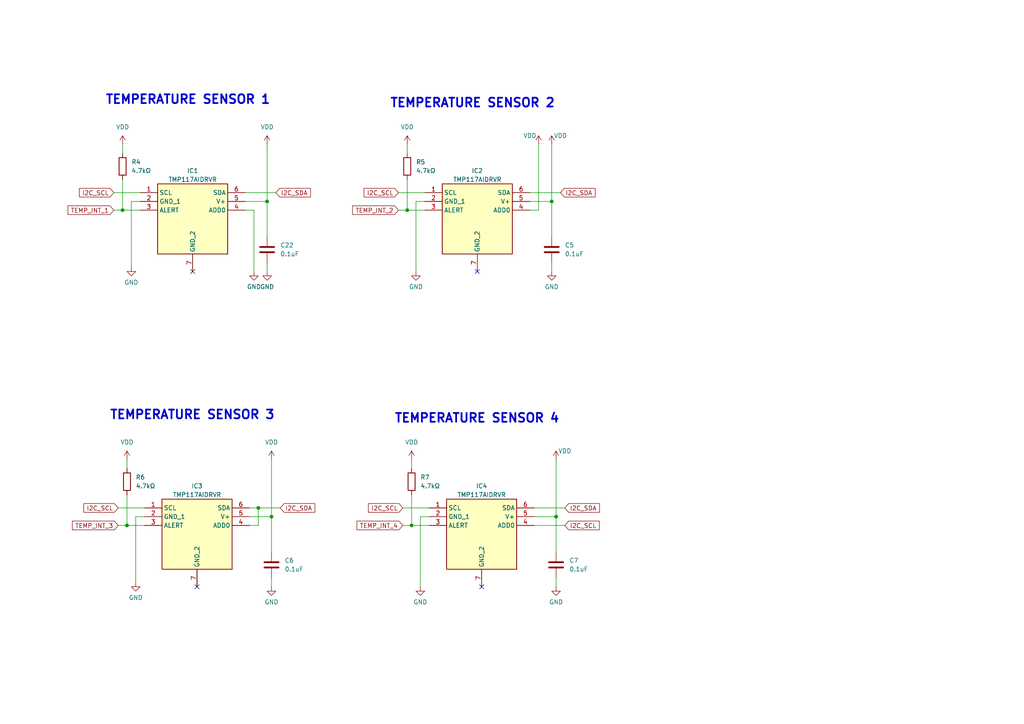
<source format=kicad_sch>
(kicad_sch (version 20230121) (generator eeschema)
  (paper "A4")
  (lib_symbols
    (symbol "Device:C" (pin_numbers hide) (pin_names (offset 0.254))
      (property "Reference" "C" (at 0.635 2.54 0))
      (property "Value" "C" (at 0.635 -2.54 0))
      (symbol "C_0_1"
        (polyline (pts (xy -2.032 -0.762) (xy 2.032 -0.762)) (stroke (width 0.508)))
        (polyline (pts (xy -2.032 0.762) (xy 2.032 0.762)) (stroke (width 0.508)))
      )
      (symbol "C_1_1"
        (pin passive line (at 0 3.81 270) (length 2.794) (name "~") (number "1"))
        (pin passive line (at 0 -3.81 90) (length 2.794) (name "~") (number "2"))
      )
    )
    (symbol "Device:R" (pin_numbers hide) (pin_names (offset 0))
      (property "Reference" "R" (at 2.032 0 90))
      (property "Value" "R" (at 0 0 90))
      (symbol "R_0_1"
        (rectangle (start -1.016 -2.54) (end 1.016 2.54) (stroke (width 0.254)))
      )
      (symbol "R_1_1"
        (pin passive line (at 0 3.81 270) (length 1.27) (name "~") (number "1"))
        (pin passive line (at 0 -3.81 90) (length 1.27) (name "~") (number "2"))
      )
    )
    (symbol "GND_1" (power) (pin_names (offset 0))
      (property "Value" "GND_1" (at 0 -3.81 0))
      (symbol "GND_1_0_1"
        (polyline (pts (xy 0 0) (xy 0 -1.27) (xy 1.27 -1.27) (xy 0 -2.54) (xy -1.27 -1.27) (xy 0 -1.27)))
      )
      (symbol "GND_1_1_1"
        (pin power_in line (at 0 0 270) (length 0) hide (name "GND") (number "1"))
      )
    )
    (symbol "TMP117AIDRVR:TMP117AIDRVR"
      (property "Reference" "IC" (at 26.67 7.62 0))
      (property "Value" "TMP117AIDRVR" (at 26.67 5.08 0))
      (symbol "TMP117AIDRVR_1_1"
        (rectangle (start 5.08 2.54) (end 25.4 -17.78) (stroke (width 0.254)) (fill (type background)))
        (pin passive line (at 0 0 0) (length 5.08) (name "SCL") (number "1"))
        (pin passive line (at 0 -2.54 0) (length 5.08) (name "GND_1") (number "2"))
        (pin passive line (at 0 -5.08 0) (length 5.08) (name "ALERT") (number "3"))
        (pin passive line (at 30.48 -5.08 180) (length 5.08) (name "ADD0") (number "4"))
        (pin passive line (at 30.48 -2.54 180) (length 5.08) (name "V+") (number "5"))
        (pin passive line (at 30.48 0 180) (length 5.08) (name "SDA") (number "6"))
        (pin passive line (at 15.24 -22.86 90) (length 5.08) (name "GND_2") (number "7"))
      )
    )
    (symbol "power:VDD" (power) (pin_names (offset 0))
      (property "Value" "VDD" (at 0 3.81 0))
      (symbol "VDD_0_1"
        (polyline (pts (xy -0.762 1.27) (xy 0 2.54)))
        (polyline (pts (xy 0 0) (xy 0 2.54)))
        (polyline (pts (xy 0 2.54) (xy 0.762 1.27)))
      )
      (symbol "VDD_1_1"
        (pin power_in line (at 0 0 90) (length 0) hide (name "VDD") (number "1"))
      )
    )
  )
  (junction (at 118.11 60.96))
  (junction (at 77.47 58.42))
  (junction (at 35.56 60.96))
  (junction (at 160.02 58.42))
  (junction (at 161.29 149.86))
  (junction (at 78.74 149.86))
  (junction (at 74.93 147.32))
  (junction (at 119.38 152.4))
  (junction (at 36.83 152.4))
  (no_connect (at 55.88 78.74))
  (no_connect (at 139.7 170.18))
  (no_connect (at 138.43 78.74))
  (no_connect (at 57.15 170.18))
  (wire (pts (xy 34.29 152.4) (xy 36.83 152.4)))
  (wire (pts (xy 156.21 41.91) (xy 156.21 60.96)))
  (wire (pts (xy 119.38 152.4) (xy 124.46 152.4)))
  (wire (pts (xy 139.7 165.1) (xy 139.7 170.18)))
  (wire (pts (xy 115.57 55.88) (xy 123.19 55.88)))
  (wire (pts (xy 78.74 149.86) (xy 78.74 133.35)))
  (wire (pts (xy 33.02 60.96) (xy 35.56 60.96)))
  (wire (pts (xy 160.02 58.42) (xy 160.02 41.91)))
  (wire (pts (xy 36.83 152.4) (xy 41.91 152.4)))
  (wire (pts (xy 138.43 73.66) (xy 138.43 78.74)))
  (wire (pts (xy 77.47 58.42) (xy 77.47 68.58)))
  (wire (pts (xy 36.83 143.51) (xy 36.83 152.4)))
  (wire (pts (xy 154.94 149.86) (xy 161.29 149.86)))
  (wire (pts (xy 35.56 41.91) (xy 35.56 44.45)))
  (wire (pts (xy 160.02 58.42) (xy 160.02 68.58)))
  (wire (pts (xy 35.56 60.96) (xy 40.64 60.96)))
  (wire (pts (xy 118.11 41.91) (xy 118.11 44.45)))
  (wire (pts (xy 120.65 58.42) (xy 120.65 78.74)))
  (wire (pts (xy 121.92 149.86) (xy 121.92 170.18)))
  (wire (pts (xy 78.74 149.86) (xy 78.74 160.02)))
  (wire (pts (xy 115.57 60.96) (xy 118.11 60.96)))
  (wire (pts (xy 119.38 133.35) (xy 119.38 135.89)))
  (wire (pts (xy 161.29 149.86) (xy 161.29 133.35)))
  (wire (pts (xy 160.02 76.2) (xy 160.02 78.74)))
  (wire (pts (xy 119.38 143.51) (xy 119.38 152.4)))
  (wire (pts (xy 40.64 58.42) (xy 38.1 58.42)))
  (wire (pts (xy 41.91 149.86) (xy 39.37 149.86)))
  (wire (pts (xy 78.74 167.64) (xy 78.74 170.18)))
  (wire (pts (xy 74.93 147.32) (xy 74.93 152.4)))
  (wire (pts (xy 77.47 76.2) (xy 77.47 78.74)))
  (wire (pts (xy 71.12 58.42) (xy 77.47 58.42)))
  (wire (pts (xy 73.66 60.96) (xy 71.12 60.96)))
  (wire (pts (xy 77.47 58.42) (xy 77.47 41.91)))
  (wire (pts (xy 153.67 58.42) (xy 160.02 58.42)))
  (wire (pts (xy 118.11 60.96) (xy 123.19 60.96)))
  (wire (pts (xy 161.29 167.64) (xy 161.29 170.18)))
  (wire (pts (xy 116.84 152.4) (xy 119.38 152.4)))
  (wire (pts (xy 124.46 149.86) (xy 121.92 149.86)))
  (wire (pts (xy 74.93 152.4) (xy 72.39 152.4)))
  (wire (pts (xy 38.1 58.42) (xy 38.1 77.47)))
  (wire (pts (xy 118.11 52.07) (xy 118.11 60.96)))
  (wire (pts (xy 72.39 149.86) (xy 78.74 149.86)))
  (wire (pts (xy 34.29 147.32) (xy 41.91 147.32)))
  (wire (pts (xy 161.29 149.86) (xy 161.29 160.02)))
  (wire (pts (xy 116.84 147.32) (xy 124.46 147.32)))
  (wire (pts (xy 71.12 55.88) (xy 80.01 55.88)))
  (wire (pts (xy 153.67 55.88) (xy 162.56 55.88)))
  (wire (pts (xy 72.39 147.32) (xy 74.93 147.32)))
  (wire (pts (xy 73.66 60.96) (xy 73.66 78.74)))
  (wire (pts (xy 33.02 55.88) (xy 40.64 55.88)))
  (wire (pts (xy 57.15 165.1) (xy 57.15 170.18)))
  (wire (pts (xy 55.88 73.66) (xy 55.88 78.74)))
  (wire (pts (xy 154.94 152.4) (xy 163.83 152.4)))
  (wire (pts (xy 35.56 52.07) (xy 35.56 60.96)))
  (wire (pts (xy 154.94 147.32) (xy 163.83 147.32)))
  (wire (pts (xy 74.93 147.32) (xy 81.28 147.32)))
  (wire (pts (xy 156.21 60.96) (xy 153.67 60.96)))
  (wire (pts (xy 39.37 149.86) (xy 39.37 168.91)))
  (wire (pts (xy 123.19 58.42) (xy 120.65 58.42)))
  (wire (pts (xy 36.83 133.35) (xy 36.83 135.89)))
  (text "TEMPERATURE SENSOR 3\n" (at 31.75 121.92 0) (effects (font (size 2.54 2.54) bold) (justify left bottom)))
  (text "TEMPERATURE SENSOR 1\n" (at 30.48 30.48 0) (effects (font (size 2.54 2.54) bold) (justify left bottom)))
  (text "TEMPERATURE SENSOR 2\n\n" (at 113.03 35.56 0) (effects (font (size 2.54 2.54) bold) (justify left bottom)))
  (text "TEMPERATURE SENSOR 4\n\n" (at 114.3 127 0) (effects (font (size 2.54 2.54) bold) (justify left bottom)))
  (global_label "TEMP_INT_1" (shape input) (at 33.02 60.96 180) (property "Intersheetrefs" "${INTERSHEET_REFS}" (effects hide)))
  (global_label "I2C_SDA" (shape input) (at 80.01 55.88 0) (property "Intersheetrefs" "${INTERSHEET_REFS}" (effects hide)))
  (global_label "I2C_SCL" (shape input) (at 34.29 147.32 180) (property "Intersheetrefs" "${INTERSHEET_REFS}" (effects hide)))
  (global_label "TEMP_INT_4" (shape input) (at 116.84 152.4 180) (property "Intersheetrefs" "${INTERSHEET_REFS}" (effects hide)))
  (global_label "I2C_SDA" (shape input) (at 163.83 147.32 0) (property "Intersheetrefs" "${INTERSHEET_REFS}" (effects hide)))
  (global_label "TEMP_INT_2" (shape input) (at 115.57 60.96 180) (property "Intersheetrefs" "${INTERSHEET_REFS}" (effects hide)))
  (global_label "I2C_SCL" (shape input) (at 33.02 55.88 180) (property "Intersheetrefs" "${INTERSHEET_REFS}" (effects hide)))
  (global_label "I2C_SCL" (shape input) (at 116.84 147.32 180) (property "Intersheetrefs" "${INTERSHEET_REFS}" (effects hide)))
  (global_label "I2C_SDA" (shape input) (at 162.56 55.88 0) (property "Intersheetrefs" "${INTERSHEET_REFS}" (effects hide)))
  (global_label "I2C_SDA" (shape input) (at 81.28 147.32 0) (property "Intersheetrefs" "${INTERSHEET_REFS}" (effects hide)))
  (global_label "I2C_SCL" (shape input) (at 115.57 55.88 180) (property "Intersheetrefs" "${INTERSHEET_REFS}" (effects hide)))
  (global_label "I2C_SCL" (shape input) (at 163.83 152.4 0) (property "Intersheetrefs" "${INTERSHEET_REFS}" (effects hide)))
  (global_label "TEMP_INT_3" (shape input) (at 34.29 152.4 180) (property "Intersheetrefs" "${INTERSHEET_REFS}" (effects hide)))
  (symbol (lib_id "TMP117AIDRVR:TMP117AIDRVR") (at 41.91 147.32 0) (unit 1)
    (property "Reference" "IC3" (at 57.15 140.97 0))
    (property "Value" "TMP117AIDRVR" (at 57.15 143.51 0))
    (property "Footprint" "Footprint Lib:SON65P200X200X80-7N" (effects hide))
    (property "Datasheet" "http://www.ti.com/lit/gpn/tmp117" (effects hide))
    (property "Height" "0.8" (effects hide))
    (property "Mouser Part Number" "595-TMP117AIDRVR" (effects hide))
    (property "Mouser Price/Stock" "https://www.mouser.co.uk/ProductDetail/Texas-Instruments/TMP117AIDRVR?qs=qSfuJ%252Bfl%2Fd6nh9h5HydMXQ%3D%3D" (effects hide))
    (property "Manufacturer_Name" "Texas Instruments" (effects hide))
    (property "Manufacturer_Part_Number" "TMP117AIDRVR" (effects hide))
  )
  (symbol (lib_id "TMP117AIDRVR:TMP117AIDRVR") (at 123.19 55.88 0) (unit 1)
    (property "Reference" "IC2" (at 138.43 49.53 0))
    (property "Value" "TMP117AIDRVR" (at 138.43 52.07 0))
    (property "Footprint" "Footprint Lib:SON65P200X200X80-7N" (effects hide))
    (property "Datasheet" "http://www.ti.com/lit/gpn/tmp117" (effects hide))
    (property "Height" "0.8" (effects hide))
    (property "Mouser Part Number" "595-TMP117AIDRVR" (effects hide))
    (property "Mouser Price/Stock" "https://www.mouser.co.uk/ProductDetail/Texas-Instruments/TMP117AIDRVR?qs=qSfuJ%252Bfl%2Fd6nh9h5HydMXQ%3D%3D" (effects hide))
    (property "Manufacturer_Name" "Texas Instruments" (effects hide))
    (property "Manufacturer_Part_Number" "TMP117AIDRVR" (effects hide))
  )
  (symbol (lib_id "Device:R") (at 119.38 139.7 0) (unit 1)
    (property "Reference" "R7" (at 121.92 138.4299 0) (effects (justify left)))
    (property "Value" "4.7kΩ" (at 121.92 140.9699 0) (effects (justify left)))
    (property "Footprint" "Resistor_SMD:R_0603_1608Metric" (effects hide))
  )
  (symbol (lib_id "Device:C") (at 161.29 163.83 0) (unit 1)
    (property "Reference" "C7" (at 165.1 162.5599 0) (effects (justify left)))
    (property "Value" "0.1uF" (at 165.1 165.0999 0) (effects (justify left)))
    (property "Footprint" "Capacitor_SMD:C_0603_1608Metric" (effects hide))
    (instances (project "gdp_flexible" (path "" (reference "C7") (unit 1)) (path "" (reference "C9") (unit 1))))
  )
  (symbol (lib_id "Device:R") (at 35.56 48.26 0) (unit 1)
    (property "Reference" "R4" (at 38.1 46.9899 0) (effects (justify left)))
    (property "Value" "4.7kΩ" (at 38.1 49.5299 0) (effects (justify left)))
    (property "Footprint" "Resistor_SMD:R_0603_1608Metric" (effects hide))
  )
  (symbol (lib_id "power:VDD") (at 119.38 133.35 0) (unit 1)
    (property "Reference" "#PWR013" (effects hide))
    (property "Value" "VDD" (at 119.38 128.27 0))
  )
  (symbol (lib_name "GND_1") (lib_id "power:GND") (at 160.02 78.74 0) (unit 1)
    (property "Reference" "#PWR07" (effects hide))
    (property "Value" "GND" (at 160.02 83.185 0))
    (instances (project "gdp_flexible" (path "" (reference "#PWR07") (unit 1)) (path "" (reference "#PWR025") (unit 1))))
  )
  (symbol (lib_name "GND_1") (lib_id "power:GND") (at 77.47 78.74 0) (unit 1)
    (property "Reference" "#PWR025" (effects hide))
    (property "Value" "GND" (at 77.47 83.185 0))
    (instances (project "gdp_flexible" (path "" (reference "#PWR025") (unit 1)) (path "" (reference "#PWR08") (unit 1))))
  )
  (symbol (lib_id "power:VDD") (at 36.83 133.35 0) (unit 1)
    (property "Reference" "#PWR08" (effects hide))
    (property "Value" "VDD" (at 36.83 128.27 0))
    (instances (project "gdp_flexible" (path "" (reference "#PWR08") (unit 1)) (path "" (reference "#PWR03") (unit 1))))
  )
  (symbol (lib_id "TMP117AIDRVR:TMP117AIDRVR") (at 40.64 55.88 0) (unit 1)
    (property "Reference" "IC1" (at 55.88 49.53 0))
    (property "Value" "TMP117AIDRVR" (at 55.88 52.07 0))
    (property "Footprint" "Footprint Lib:SON65P200X200X80-7N" (effects hide))
    (property "Datasheet" "http://www.ti.com/lit/gpn/tmp117" (effects hide))
    (property "Height" "0.8" (effects hide))
    (property "Mouser Part Number" "595-TMP117AIDRVR" (effects hide))
    (property "Mouser Price/Stock" "https://www.mouser.co.uk/ProductDetail/Texas-Instruments/TMP117AIDRVR?qs=qSfuJ%252Bfl%2Fd6nh9h5HydMXQ%3D%3D" (effects hide))
    (property "Manufacturer_Name" "Texas Instruments" (effects hide))
    (property "Manufacturer_Part_Number" "TMP117AIDRVR" (effects hide))
  )
  (symbol (lib_id "power:VDD") (at 35.56 41.91 0) (unit 1)
    (property "Reference" "#PWR0126" (effects hide))
    (property "Value" "VDD" (at 35.56 36.83 0))
    (instances (project "gdp_flexible" (path "" (reference "#PWR0126") (unit 1)) (path "" (reference "#PWR02") (unit 1))))
  )
  (symbol (lib_id "Device:R") (at 118.11 48.26 0) (unit 1)
    (property "Reference" "R5" (at 120.65 46.9899 0) (effects (justify left)))
    (property "Value" "4.7kΩ" (at 120.65 49.5299 0) (effects (justify left)))
    (property "Footprint" "Resistor_SMD:R_0603_1608Metric" (effects hide))
    (instances (project "gdp_flexible" (path "" (reference "R5") (unit 1)) (path "" (reference "R6") (unit 1))))
  )
  (symbol (lib_name "GND_1") (lib_id "power:GND") (at 161.29 170.18 0) (unit 1)
    (property "Reference" "#PWR017" (effects hide))
    (property "Value" "GND" (at 161.29 174.625 0))
    (instances (project "gdp_flexible" (path "" (reference "#PWR017") (unit 1)) (path "" (reference "#PWR027") (unit 1))))
  )
  (symbol (lib_id "TMP117AIDRVR:TMP117AIDRVR") (at 124.46 147.32 0) (unit 1)
    (property "Reference" "IC4" (at 139.7 140.97 0))
    (property "Value" "TMP117AIDRVR" (at 139.7 143.51 0))
    (property "Footprint" "Footprint Lib:SON65P200X200X80-7N" (effects hide))
    (property "Datasheet" "http://www.ti.com/lit/gpn/tmp117" (effects hide))
    (property "Height" "0.8" (effects hide))
    (property "Mouser Part Number" "595-TMP117AIDRVR" (effects hide))
    (property "Mouser Price/Stock" "https://www.mouser.co.uk/ProductDetail/Texas-Instruments/TMP117AIDRVR?qs=qSfuJ%252Bfl%2Fd6nh9h5HydMXQ%3D%3D" (effects hide))
    (property "Manufacturer_Name" "Texas Instruments" (effects hide))
    (property "Manufacturer_Part_Number" "TMP117AIDRVR" (effects hide))
  )
  (symbol (lib_name "GND_1") (lib_id "power:GND") (at 39.37 168.91 0) (unit 1)
    (property "Reference" "#PWR09" (effects hide))
    (property "Value" "GND" (at 39.37 173.355 0))
    (instances (project "gdp_flexible" (path "" (reference "#PWR09") (unit 1)) (path "" (reference "#PWR05") (unit 1))))
  )
  (symbol (lib_id "power:VDD") (at 161.29 133.35 0) (unit 1)
    (property "Reference" "#PWR016" (effects hide))
    (property "Value" "VDD" (at 163.83 130.81 0))
    (instances (project "gdp_flexible" (path "" (reference "#PWR016") (unit 1)) (path "" (reference "#PWR026") (unit 1))))
  )
  (symbol (lib_name "GND_1") (lib_id "power:GND") (at 120.65 78.74 0) (unit 1)
    (property "Reference" "#PWR02" (effects hide))
    (property "Value" "GND" (at 120.65 83.185 0))
    (instances (project "gdp_flexible" (path "" (reference "#PWR02") (unit 1)) (path "" (reference "#PWR014") (unit 1))))
  )
  (symbol (lib_name "GND_1") (lib_id "power:GND") (at 121.92 170.18 0) (unit 1)
    (property "Reference" "#PWR014" (effects hide))
    (property "Value" "GND" (at 121.92 174.625 0))
    (instances (project "gdp_flexible" (path "" (reference "#PWR014") (unit 1)) (path "" (reference "#PWR016") (unit 1))))
  )
  (symbol (lib_name "GND_1") (lib_id "power:GND") (at 73.66 78.74 0) (unit 1)
    (property "Reference" "#PWR06" (effects hide))
    (property "Value" "GND" (at 73.66 83.185 0))
  )
  (symbol (lib_id "power:VDD") (at 77.47 41.91 0) (unit 1)
    (property "Reference" "#PWR0128" (effects hide))
    (property "Value" "VDD" (at 77.47 36.83 0))
    (instances (project "gdp_flexible" (path "" (reference "#PWR0128") (unit 1)) (path "" (reference "#PWR07") (unit 1))))
  )
  (symbol (lib_id "power:VDD") (at 118.11 41.91 0) (unit 1)
    (property "Reference" "#PWR03" (effects hide))
    (property "Value" "VDD" (at 118.11 36.83 0))
    (instances (project "gdp_flexible" (path "" (reference "#PWR03") (unit 1)) (path "" (reference "#PWR012") (unit 1))))
  )
  (symbol (lib_id "Device:C") (at 160.02 72.39 0) (unit 1)
    (property "Reference" "C5" (at 163.83 71.1199 0) (effects (justify left)))
    (property "Value" "0.1uF" (at 163.83 73.6599 0) (effects (justify left)))
    (property "Footprint" "Capacitor_SMD:C_0603_1608Metric" (effects hide))
    (instances (project "gdp_flexible" (path "" (reference "C5") (unit 1)) (path "" (reference "C7") (unit 1))))
  )
  (symbol (lib_id "Device:R") (at 36.83 139.7 0) (unit 1)
    (property "Reference" "R6" (at 39.37 138.4299 0) (effects (justify left)))
    (property "Value" "4.7kΩ" (at 39.37 140.9699 0) (effects (justify left)))
    (property "Footprint" "Resistor_SMD:R_0603_1608Metric" (effects hide))
    (instances (project "gdp_flexible" (path "" (reference "R6") (unit 1)) (path "" (reference "R5") (unit 1))))
  )
  (symbol (lib_name "GND_1") (lib_id "power:GND") (at 38.1 77.47 0) (unit 1)
    (property "Reference" "#PWR024" (effects hide))
    (property "Value" "GND" (at 38.1 81.915 0))
    (instances (project "gdp_flexible" (path "" (reference "#PWR024") (unit 1)) (path "" (reference "#PWR04") (unit 1))))
  )
  (symbol (lib_id "Device:C") (at 77.47 72.39 0) (unit 1)
    (property "Reference" "C22" (at 81.28 71.1199 0) (effects (justify left)))
    (property "Value" "0.1uF" (at 81.28 73.6599 0) (effects (justify left)))
    (property "Footprint" "Capacitor_SMD:C_0603_1608Metric" (effects hide))
    (instances (project "gdp_flexible" (path "" (reference "C22") (unit 1)) (path "" (reference "C5") (unit 1))))
  )
  (symbol (lib_id "power:VDD") (at 160.02 41.91 0) (unit 1)
    (property "Reference" "#PWR05" (effects hide))
    (property "Value" "VDD" (at 162.56 39.37 0))
    (instances (project "gdp_flexible" (path "" (reference "#PWR05") (unit 1)) (path "" (reference "#PWR024") (unit 1))))
  )
  (symbol (lib_id "power:VDD") (at 78.74 133.35 0) (unit 1)
    (property "Reference" "#PWR011" (effects hide))
    (property "Value" "VDD" (at 78.74 128.27 0))
    (instances (project "gdp_flexible" (path "" (reference "#PWR011") (unit 1)) (path "" (reference "#PWR09") (unit 1))))
  )
  (symbol (lib_id "power:VDD") (at 156.21 41.91 0) (unit 1)
    (property "Reference" "#PWR04" (effects hide))
    (property "Value" "VDD" (at 153.67 39.37 0))
    (instances (project "gdp_flexible" (path "" (reference "#PWR04") (unit 1)) (path "" (reference "#PWR017") (unit 1))))
  )
  (symbol (lib_name "GND_1") (lib_id "power:GND") (at 78.74 170.18 0) (unit 1)
    (property "Reference" "#PWR012" (effects hide))
    (property "Value" "GND" (at 78.74 174.625 0))
    (instances (project "gdp_flexible" (path "" (reference "#PWR012") (unit 1)) (path "" (reference "#PWR011") (unit 1))))
  )
  (symbol (lib_id "Device:C") (at 78.74 163.83 0) (unit 1)
    (property "Reference" "C6" (at 82.55 162.5599 0) (effects (justify left)))
    (property "Value" "0.1uF" (at 82.55 165.0999 0) (effects (justify left)))
    (property "Footprint" "Capacitor_SMD:C_0603_1608Metric" (effects hide))
  )
)
</source>
